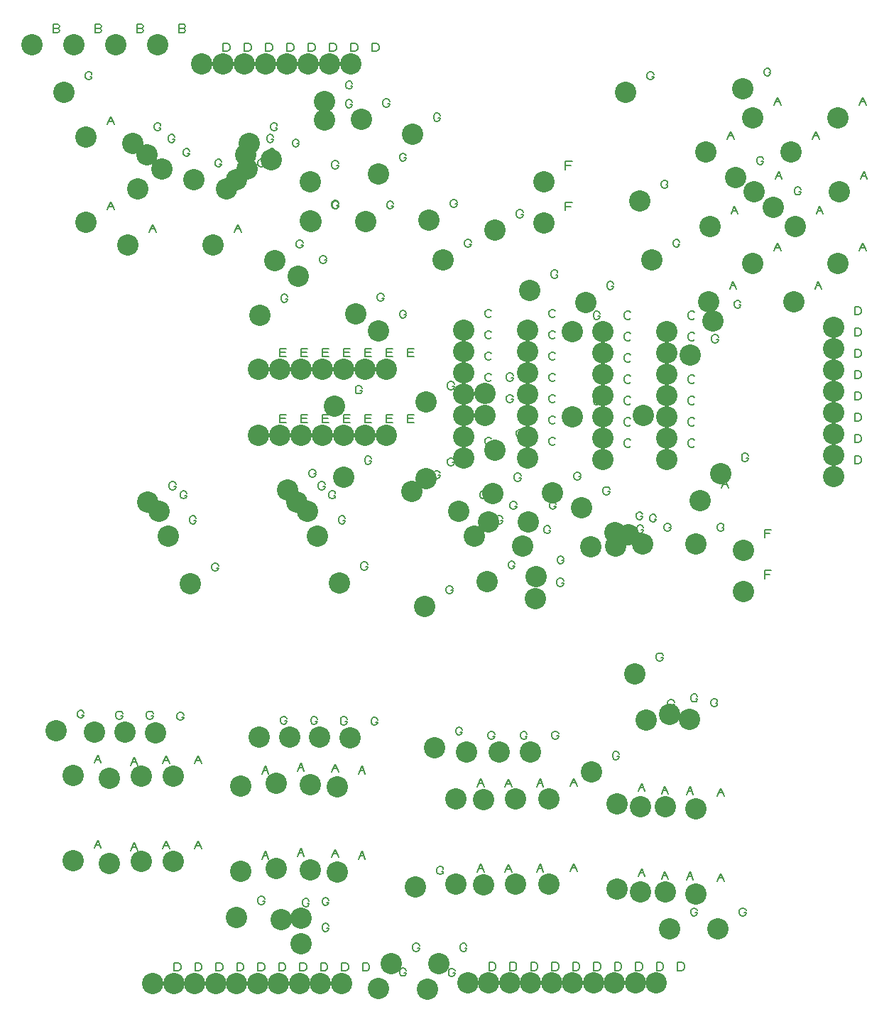
<source format=gbr>
G04 EasyPC Gerber Version 21.0.3 Build 4286 *
G04 #@! TF.Part,Single*
G04 #@! TF.FileFunction,Drillmap *
G04 #@! TF.FilePolarity,Positive *
%FSLAX35Y35*%
%MOIN*%
%ADD17C,0.00500*%
G04 #@! TA.AperFunction,ComponentPad*
%ADD16C,0.10000*%
X0Y0D02*
D02*
D16*
X23230Y453785D03*
X34587Y131924D03*
X38331Y431570D03*
X42574Y70889D03*
Y110889D03*
X42915Y453785D03*
X48689Y370603D03*
Y410603D03*
X52683Y131425D03*
X59672Y69765D03*
Y109765D03*
X62600Y453785D03*
X67035Y131425D03*
X68345Y360057D03*
X70655Y407607D03*
X72901Y386266D03*
X74672Y70514D03*
Y110514D03*
X77269Y402116D03*
X77769Y239123D03*
X80043Y13230D03*
X81388Y130926D03*
X82285Y453785D03*
X82885Y234880D03*
X84268Y395570D03*
X87254Y223148D03*
X89672Y70514D03*
Y110514D03*
X89885Y13230D03*
X97676Y200933D03*
X99268Y390570D03*
X99728Y13230D03*
X103118Y444924D03*
X108345Y360057D03*
X109570Y13230D03*
X113118Y444924D03*
X114585Y386266D03*
X119268Y390570D03*
X119413Y13230D03*
Y44430D03*
X121329Y65826D03*
Y105826D03*
X123118Y444924D03*
X123571Y402116D03*
X124268Y395570D03*
X125319Y407607D03*
X129255Y13230D03*
X129639Y270674D03*
Y301674D03*
X129936Y129054D03*
X130186Y327109D03*
X133118Y444924D03*
X135552Y399994D03*
X137424Y352569D03*
X137924Y67121D03*
Y107121D03*
X139098Y13230D03*
X139639Y270674D03*
Y301674D03*
X140295Y43432D03*
X143118Y444924D03*
X143395Y244989D03*
X144164Y128929D03*
X147783Y239123D03*
X148407Y345331D03*
X148940Y13230D03*
X149530Y31825D03*
Y43931D03*
X149639Y270674D03*
Y301674D03*
X152650Y234880D03*
X153118Y444924D03*
X154013Y66723D03*
Y106723D03*
X154023Y371165D03*
Y389761D03*
X154273Y370915D03*
X157268Y223148D03*
X158142Y128804D03*
X158783Y13230D03*
X159639Y270674D03*
Y301674D03*
X160513Y418465D03*
X160638Y427202D03*
X163118Y444924D03*
X165131Y284177D03*
X166615Y65772D03*
Y105772D03*
X167752Y201433D03*
X168625Y13230D03*
X169499Y251104D03*
X169639Y270674D03*
Y301674D03*
X172494Y128555D03*
X173118Y444924D03*
X175365Y327609D03*
X178110Y418840D03*
X179639Y270674D03*
Y301674D03*
X179857Y370915D03*
X185848Y10858D03*
Y319621D03*
Y393380D03*
X189639Y270674D03*
Y301674D03*
X192088Y22465D03*
X201698Y244365D03*
X201823Y412100D03*
X203320Y58533D03*
X207689Y190325D03*
X208437Y250356D03*
Y286174D03*
X208812Y10733D03*
X209685Y371664D03*
X212181Y123937D03*
X214303Y22465D03*
X216425Y352944D03*
X222415Y59781D03*
Y99781D03*
X223539Y234880D03*
X225886Y260043D03*
Y270043D03*
Y280043D03*
Y290043D03*
Y300043D03*
Y310043D03*
Y320043D03*
X227407Y121940D03*
X227809Y13479D03*
X231027Y223148D03*
X235395Y59531D03*
Y99531D03*
X236019Y280043D03*
Y290176D03*
X236893Y201932D03*
X237652Y13479D03*
X237766Y229888D03*
X239752Y243117D03*
X240761Y263709D03*
Y366797D03*
X242633Y121940D03*
X247494Y13479D03*
X250246Y59781D03*
Y99781D03*
X253616Y218531D03*
X255886Y260043D03*
Y270043D03*
Y280043D03*
Y290043D03*
Y300043D03*
Y310043D03*
Y320043D03*
X256237Y229888D03*
X256986Y338467D03*
X257337Y13479D03*
X257360Y122065D03*
X259731Y193820D03*
X259856Y204303D03*
X263752Y370248D03*
Y389460D03*
X266096Y60031D03*
Y100031D03*
X267180Y13479D03*
X267719Y243616D03*
X276830Y279169D03*
Y319122D03*
X277022Y13479D03*
X281447Y236752D03*
X283194Y333100D03*
X285566Y218156D03*
X285815Y112448D03*
X286865Y13479D03*
X291283Y259169D03*
Y269169D03*
Y279169D03*
Y289169D03*
Y299169D03*
Y309169D03*
Y319169D03*
X296707Y13479D03*
X296923Y225020D03*
X297172Y218780D03*
X297935Y57636D03*
Y97636D03*
X302074Y431570D03*
X303288Y223909D03*
X306408Y158750D03*
X306550Y13479D03*
X308654Y380650D03*
X308793Y56388D03*
Y96388D03*
X310027Y219654D03*
X310402Y280051D03*
X311774Y136909D03*
X314270Y352944D03*
X316392Y13479D03*
X320649Y56138D03*
Y96138D03*
X321283Y259169D03*
Y269169D03*
Y279169D03*
Y289169D03*
Y299169D03*
Y309169D03*
Y319169D03*
X322507Y39064D03*
X322632Y139530D03*
X331993Y137284D03*
X332367Y308139D03*
X334991Y219654D03*
X335113Y55288D03*
Y95288D03*
X337074Y239961D03*
X339730Y403739D03*
X340854Y333350D03*
X341478Y368544D03*
X342975Y324364D03*
X345346Y39064D03*
X346470Y252477D03*
X353583Y391757D03*
X356953Y433317D03*
X357203Y197443D03*
Y216655D03*
X361696Y351196D03*
Y419713D03*
X362320Y384893D03*
X371181Y377530D03*
X379730Y403739D03*
X380854Y333350D03*
X381478Y368544D03*
X399511Y251229D03*
Y261229D03*
Y271229D03*
Y281229D03*
Y291229D03*
Y301229D03*
Y311229D03*
Y321229D03*
X401696Y351196D03*
Y419713D03*
X402320Y384893D03*
D02*
D17*
X35417Y461597D02*
X36042Y461285D01*
X36355Y460660*
X36042Y460035*
X35417Y459722*
X33230*
Y463472*
X35417*
X36042Y463160*
X36355Y462535*
X36042Y461910*
X35417Y461597*
X33230*
X46774Y139424D02*
X47712D01*
Y139112*
X47399Y138487*
X47087Y138174*
X46462Y137862*
X45837*
X45212Y138174*
X44899Y138487*
X44587Y139112*
Y140362*
X44899Y140987*
X45212Y141300*
X45837Y141612*
X46462*
X47087Y141300*
X47399Y140987*
X47712Y140362*
X50518Y439070D02*
X51456D01*
Y438757*
X51143Y438132*
X50831Y437820*
X50206Y437507*
X49581*
X48956Y437820*
X48643Y438132*
X48331Y438757*
Y440007*
X48643Y440632*
X48956Y440945*
X49581Y441257*
X50206*
X50831Y440945*
X51143Y440632*
X51456Y440007*
X52574Y76826D02*
X54137Y80576D01*
X55699Y76826*
X53199Y78389D02*
X55074D01*
X52574Y116826D02*
X54137Y120576D01*
X55699Y116826*
X53199Y118389D02*
X55074D01*
X55102Y461597D02*
X55727Y461285D01*
X56040Y460660*
X55727Y460035*
X55102Y459722*
X52915*
Y463472*
X55102*
X55727Y463160*
X56040Y462535*
X55727Y461910*
X55102Y461597*
X52915*
X58689Y376540D02*
X60252Y380290D01*
X61815Y376540*
X59315Y378103D02*
X61189D01*
X58689Y416540D02*
X60252Y420290D01*
X61815Y416540*
X59315Y418103D02*
X61189D01*
X64870Y138925D02*
X65808D01*
Y138613*
X65496Y137988*
X65183Y137675*
X64558Y137363*
X63933*
X63308Y137675*
X62996Y137988*
X62683Y138613*
Y139863*
X62996Y140488*
X63308Y140800*
X63933Y141113*
X64558*
X65183Y140800*
X65496Y140488*
X65808Y139863*
X69672Y75703D02*
X71235Y79453D01*
X72797Y75703*
X70297Y77265D02*
X72172D01*
X69672Y115703D02*
X71235Y119453D01*
X72797Y115703*
X70297Y117265D02*
X72172D01*
X74787Y461597D02*
X75412Y461285D01*
X75725Y460660*
X75412Y460035*
X74787Y459722*
X72600*
Y463472*
X74787*
X75412Y463160*
X75725Y462535*
X75412Y461910*
X74787Y461597*
X72600*
X79223Y138925D02*
X80161D01*
Y138613*
X79848Y137988*
X79535Y137675*
X78911Y137363*
X78285*
X77661Y137675*
X77348Y137988*
X77035Y138613*
Y139863*
X77348Y140488*
X77661Y140800*
X78285Y141113*
X78911*
X79535Y140800*
X79848Y140488*
X80161Y139863*
X78345Y365995D02*
X79908Y369745D01*
X81470Y365995*
X78970Y367557D02*
X80845D01*
X82842Y415107D02*
X83780D01*
Y414795*
X83467Y414170*
X83155Y413857*
X82530Y413545*
X81905*
X81280Y413857*
X80967Y414170*
X80655Y414795*
Y416045*
X80967Y416670*
X81280Y416983*
X81905Y417295*
X82530*
X83155Y416983*
X83467Y416670*
X83780Y416045*
X85089Y393766D02*
X86026D01*
Y393454*
X85714Y392829*
X85401Y392516*
X84776Y392204*
X84151*
X83526Y392516*
X83214Y392829*
X82901Y393454*
Y394704*
X83214Y395329*
X83526Y395641*
X84151Y395954*
X84776*
X85401Y395641*
X85714Y395329*
X86026Y394704*
X84672Y76452D02*
X86235Y80202D01*
X87797Y76452*
X85297Y78014D02*
X87172D01*
X84672Y116452D02*
X86235Y120202D01*
X87797Y116452*
X85297Y118014D02*
X87172D01*
X89457Y409616D02*
X90394D01*
Y409304*
X90082Y408679*
X89769Y408366*
X89144Y408054*
X88519*
X87894Y408366*
X87582Y408679*
X87269Y409304*
Y410554*
X87582Y411179*
X87894Y411491*
X88519Y411804*
X89144*
X89769Y411491*
X90082Y411179*
X90394Y410554*
X89956Y246623D02*
X90894D01*
Y246311*
X90581Y245686*
X90269Y245373*
X89644Y245061*
X89019*
X88394Y245373*
X88081Y245686*
X87769Y246311*
Y247561*
X88081Y248186*
X88394Y248498*
X89019Y248811*
X89644*
X90269Y248498*
X90581Y248186*
X90894Y247561*
X90043Y19167D02*
Y22917D01*
X91918*
X92543Y22605*
X92855Y22292*
X93168Y21667*
Y20417*
X92855Y19792*
X92543Y19480*
X91918Y19167*
X90043*
X93575Y138426D02*
X94513D01*
Y138113*
X94200Y137489*
X93888Y137176*
X93263Y136863*
X92638*
X92013Y137176*
X91700Y137489*
X91388Y138113*
Y139363*
X91700Y139989*
X92013Y140301*
X92638Y140613*
X93263*
X93888Y140301*
X94200Y139989*
X94513Y139363*
X94472Y461597D02*
X95097Y461285D01*
X95410Y460660*
X95097Y460035*
X94472Y459722*
X92285*
Y463472*
X94472*
X95097Y463160*
X95410Y462535*
X95097Y461910*
X94472Y461597*
X92285*
X95073Y242380D02*
X96011D01*
Y242067*
X95698Y241443*
X95385Y241130*
X94761Y240817*
X94135*
X93511Y241130*
X93198Y241443*
X92885Y242067*
Y243317*
X93198Y243943*
X93511Y244255*
X94135Y244567*
X94761*
X95385Y244255*
X95698Y243943*
X96011Y243317*
X96455Y403070D02*
X97393D01*
Y402757*
X97080Y402133*
X96768Y401820*
X96143Y401507*
X95518*
X94893Y401820*
X94580Y402133*
X94268Y402757*
Y404007*
X94580Y404633*
X94893Y404945*
X95518Y405257*
X96143*
X96768Y404945*
X97080Y404633*
X97393Y404007*
X99441Y230648D02*
X100379D01*
Y230336*
X100066Y229711*
X99754Y229398*
X99129Y229086*
X98504*
X97879Y229398*
X97566Y229711*
X97254Y230336*
Y231586*
X97566Y232211*
X97879Y232524*
X98504Y232836*
X99129*
X99754Y232524*
X100066Y232211*
X100379Y231586*
X99672Y76452D02*
X101235Y80202D01*
X102797Y76452*
X100297Y78014D02*
X102172D01*
X99672Y116452D02*
X101235Y120202D01*
X102797Y116452*
X100297Y118014D02*
X102172D01*
X99885Y19167D02*
Y22917D01*
X101760*
X102385Y22605*
X102698Y22292*
X103010Y21667*
Y20417*
X102698Y19792*
X102385Y19480*
X101760Y19167*
X99885*
X109863Y208433D02*
X110801D01*
Y208121*
X110488Y207496*
X110176Y207183*
X109551Y206871*
X108926*
X108301Y207183*
X107988Y207496*
X107676Y208121*
Y209371*
X107988Y209996*
X108301Y210309*
X108926Y210621*
X109551*
X110176Y210309*
X110488Y209996*
X110801Y209371*
X111455Y398070D02*
X112393D01*
Y397757*
X112080Y397133*
X111768Y396820*
X111143Y396507*
X110518*
X109893Y396820*
X109580Y397133*
X109268Y397757*
Y399007*
X109580Y399633*
X109893Y399945*
X110518Y400257*
X111143*
X111768Y399945*
X112080Y399633*
X112393Y399007*
X109728Y19167D02*
Y22917D01*
X111603*
X112228Y22605*
X112540Y22292*
X112853Y21667*
Y20417*
X112540Y19792*
X112228Y19480*
X111603Y19167*
X109728*
X113118Y450861D02*
Y454611D01*
X114993*
X115618Y454299*
X115931Y453986*
X116243Y453361*
Y452111*
X115931Y451486*
X115618Y451174*
X114993Y450861*
X113118*
X118345Y365995D02*
X119908Y369745D01*
X121470Y365995*
X118970Y367557D02*
X120845D01*
X119570Y19167D02*
Y22917D01*
X121445*
X122070Y22605*
X122383Y22292*
X122695Y21667*
Y20417*
X122383Y19792*
X122070Y19480*
X121445Y19167*
X119570*
X123118Y450861D02*
Y454611D01*
X124993*
X125618Y454299*
X125931Y453986*
X126243Y453361*
Y452111*
X125931Y451486*
X125618Y451174*
X124993Y450861*
X123118*
X126773Y393766D02*
X127711D01*
Y393454*
X127398Y392829*
X127085Y392516*
X126461Y392204*
X125835*
X125211Y392516*
X124898Y392829*
X124585Y393454*
Y394704*
X124898Y395329*
X125211Y395641*
X125835Y395954*
X126461*
X127085Y395641*
X127398Y395329*
X127711Y394704*
X131455Y398070D02*
X132393D01*
Y397757*
X132080Y397133*
X131768Y396820*
X131143Y396507*
X130518*
X129893Y396820*
X129580Y397133*
X129268Y397757*
Y399007*
X129580Y399633*
X129893Y399945*
X130518Y400257*
X131143*
X131768Y399945*
X132080Y399633*
X132393Y399007*
X129413Y19167D02*
Y22917D01*
X131288*
X131913Y22605*
X132225Y22292*
X132538Y21667*
Y20417*
X132225Y19792*
X131913Y19480*
X131288Y19167*
X129413*
X131600Y51930D02*
X132538D01*
Y51618*
X132225Y50993*
X131913Y50680*
X131288Y50368*
X130663*
X130038Y50680*
X129725Y50993*
X129413Y51618*
Y52868*
X129725Y53493*
X130038Y53806*
X130663Y54118*
X131288*
X131913Y53806*
X132225Y53493*
X132538Y52868*
X131329Y71763D02*
X132891Y75513D01*
X134454Y71763*
X131954Y73326D02*
X133829D01*
X131329Y111763D02*
X132891Y115513D01*
X134454Y111763*
X131954Y113326D02*
X133829D01*
X133118Y450861D02*
Y454611D01*
X134993*
X135618Y454299*
X135931Y453986*
X136243Y453361*
Y452111*
X135931Y451486*
X135618Y451174*
X134993Y450861*
X133118*
X135759Y409616D02*
X136696D01*
Y409304*
X136384Y408679*
X136071Y408366*
X135446Y408054*
X134821*
X134196Y408366*
X133884Y408679*
X133571Y409304*
Y410554*
X133884Y411179*
X134196Y411491*
X134821Y411804*
X135446*
X136071Y411491*
X136384Y411179*
X136696Y410554*
X136455Y403070D02*
X137393D01*
Y402757*
X137080Y402133*
X136768Y401820*
X136143Y401507*
X135518*
X134893Y401820*
X134580Y402133*
X134268Y402757*
Y404007*
X134580Y404633*
X134893Y404945*
X135518Y405257*
X136143*
X136768Y404945*
X137080Y404633*
X137393Y404007*
X137506Y415107D02*
X138444D01*
Y414795*
X138131Y414170*
X137819Y413857*
X137194Y413545*
X136569*
X135944Y413857*
X135631Y414170*
X135319Y414795*
Y416045*
X135631Y416670*
X135944Y416983*
X136569Y417295*
X137194*
X137819Y416983*
X138131Y416670*
X138444Y416045*
X139255Y19167D02*
Y22917D01*
X141130*
X141755Y22605*
X142068Y22292*
X142380Y21667*
Y20417*
X142068Y19792*
X141755Y19480*
X141130Y19167*
X139255*
X139639Y276611D02*
Y280361D01*
X142765*
X142139Y278487D02*
X139639D01*
Y276611D02*
X142765D01*
X139639Y307611D02*
Y311361D01*
X142765*
X142139Y309487D02*
X139639D01*
Y307611D02*
X142765D01*
X142124Y136554D02*
X143061D01*
Y136241*
X142749Y135617*
X142436Y135304*
X141811Y134991*
X141186*
X140561Y135304*
X140249Y135617*
X139936Y136241*
Y137491*
X140249Y138117*
X140561Y138429*
X141186Y138741*
X141811*
X142436Y138429*
X142749Y138117*
X143061Y137491*
X142373Y334609D02*
X143311D01*
Y334297*
X142998Y333672*
X142686Y333359*
X142061Y333047*
X141436*
X140811Y333359*
X140498Y333672*
X140186Y334297*
Y335547*
X140498Y336172*
X140811Y336485*
X141436Y336797*
X142061*
X142686Y336485*
X142998Y336172*
X143311Y335547*
X143118Y450861D02*
Y454611D01*
X144993*
X145618Y454299*
X145931Y453986*
X146243Y453361*
Y452111*
X145931Y451486*
X145618Y451174*
X144993Y450861*
X143118*
X147740Y407494D02*
X148678D01*
Y407182*
X148365Y406557*
X148052Y406244*
X147428Y405932*
X146802*
X146178Y406244*
X145865Y406557*
X145552Y407182*
Y408432*
X145865Y409057*
X146178Y409370*
X146802Y409682*
X147428*
X148052Y409370*
X148365Y409057*
X148678Y408432*
X149612Y360069D02*
X150550D01*
Y359757*
X150237Y359132*
X149924Y358819*
X149300Y358507*
X148674*
X148050Y358819*
X147737Y359132*
X147424Y359757*
Y361007*
X147737Y361632*
X148050Y361944*
X148674Y362257*
X149300*
X149924Y361944*
X150237Y361632*
X150550Y361007*
X147924Y73058D02*
X149486Y76808D01*
X151049Y73058*
X148549Y74621D02*
X150424D01*
X147924Y113058D02*
X149486Y116808D01*
X151049Y113058*
X148549Y114621D02*
X150424D01*
X149098Y19167D02*
Y22917D01*
X150973*
X151598Y22605*
X151910Y22292*
X152223Y21667*
Y20417*
X151910Y19792*
X151598Y19480*
X150973Y19167*
X149098*
X149639Y276611D02*
Y280361D01*
X152765*
X152139Y278487D02*
X149639D01*
Y276611D02*
X152765D01*
X149639Y307611D02*
Y311361D01*
X152765*
X152139Y309487D02*
X149639D01*
Y307611D02*
X152765D01*
X152482Y50932D02*
X153420D01*
Y50619*
X153107Y49994*
X152795Y49682*
X152170Y49369*
X151545*
X150920Y49682*
X150607Y49994*
X150295Y50619*
Y51869*
X150607Y52494*
X150920Y52807*
X151545Y53119*
X152170*
X152795Y52807*
X153107Y52494*
X153420Y51869*
X153118Y450861D02*
Y454611D01*
X154993*
X155618Y454299*
X155931Y453986*
X156243Y453361*
Y452111*
X155931Y451486*
X155618Y451174*
X154993Y450861*
X153118*
X155583Y252489D02*
X156520D01*
Y252176*
X156208Y251552*
X155895Y251239*
X155270Y250926*
X154645*
X154020Y251239*
X153708Y251552*
X153395Y252176*
Y253426*
X153708Y254052*
X154020Y254364*
X154645Y254676*
X155270*
X155895Y254364*
X156208Y254052*
X156520Y253426*
X156351Y136429D02*
X157289D01*
Y136117*
X156976Y135492*
X156664Y135179*
X156039Y134867*
X155414*
X154789Y135179*
X154476Y135492*
X154164Y136117*
Y137367*
X154476Y137992*
X154789Y138304*
X155414Y138617*
X156039*
X156664Y138304*
X156976Y137992*
X157289Y137367*
X159970Y246623D02*
X160908D01*
Y246311*
X160596Y245686*
X160283Y245373*
X159658Y245061*
X159033*
X158408Y245373*
X158096Y245686*
X157783Y246311*
Y247561*
X158096Y248186*
X158408Y248498*
X159033Y248811*
X159658*
X160283Y248498*
X160596Y248186*
X160908Y247561*
X160594Y352831D02*
X161532D01*
Y352518*
X161220Y351893*
X160907Y351581*
X160282Y351268*
X159657*
X159032Y351581*
X158720Y351893*
X158407Y352518*
Y353768*
X158720Y354393*
X159032Y354706*
X159657Y355018*
X160282*
X160907Y354706*
X161220Y354393*
X161532Y353768*
X158940Y19167D02*
Y22917D01*
X160815*
X161440Y22605*
X161753Y22292*
X162065Y21667*
Y20417*
X161753Y19792*
X161440Y19480*
X160815Y19167*
X158940*
X161718Y39325D02*
X162656D01*
Y39013*
X162343Y38388*
X162030Y38075*
X161406Y37763*
X160780*
X160156Y38075*
X159843Y38388*
X159530Y39013*
Y40263*
X159843Y40888*
X160156Y41200*
X160780Y41513*
X161406*
X162030Y41200*
X162343Y40888*
X162656Y40263*
X161718Y51431D02*
X162656D01*
Y51119*
X162343Y50494*
X162030Y50181*
X161406Y49869*
X160780*
X160156Y50181*
X159843Y50494*
X159530Y51119*
Y52369*
X159843Y52994*
X160156Y53306*
X160780Y53619*
X161406*
X162030Y53306*
X162343Y52994*
X162656Y52369*
X159639Y276611D02*
Y280361D01*
X162765*
X162139Y278487D02*
X159639D01*
Y276611D02*
X162765D01*
X159639Y307611D02*
Y311361D01*
X162765*
X162139Y309487D02*
X159639D01*
Y307611D02*
X162765D01*
X164838Y242380D02*
X165776D01*
Y242067*
X165463Y241443*
X165150Y241130*
X164526Y240817*
X163900*
X163276Y241130*
X162963Y241443*
X162650Y242067*
Y243317*
X162963Y243943*
X163276Y244255*
X163900Y244567*
X164526*
X165150Y244255*
X165463Y243943*
X165776Y243317*
X163118Y450861D02*
Y454611D01*
X164993*
X165618Y454299*
X165931Y453986*
X166243Y453361*
Y452111*
X165931Y451486*
X165618Y451174*
X164993Y450861*
X163118*
X164013Y72660D02*
X165576Y76410D01*
X167139Y72660*
X164639Y74223D02*
X166513D01*
X164013Y112660D02*
X165576Y116410D01*
X167139Y112660*
X164639Y114223D02*
X166513D01*
X166211Y378665D02*
X167148D01*
Y378352*
X166836Y377728*
X166523Y377415*
X165898Y377102*
X165273*
X164648Y377415*
X164336Y377728*
X164023Y378352*
Y379602*
X164336Y380228*
X164648Y380540*
X165273Y380852*
X165898*
X166523Y380540*
X166836Y380228*
X167148Y379602*
X166211Y397261D02*
X167148D01*
Y396948*
X166836Y396323*
X166523Y396011*
X165898Y395698*
X165273*
X164648Y396011*
X164336Y396323*
X164023Y396948*
Y398198*
X164336Y398823*
X164648Y399136*
X165273Y399448*
X165898*
X166523Y399136*
X166836Y398823*
X167148Y398198*
X166460Y378415D02*
X167398D01*
Y378103*
X167085Y377478*
X166773Y377165*
X166148Y376853*
X165523*
X164898Y377165*
X164585Y377478*
X164273Y378103*
Y379353*
X164585Y379978*
X164898Y380291*
X165523Y380603*
X166148*
X166773Y380291*
X167085Y379978*
X167398Y379353*
X169456Y230648D02*
X170393D01*
Y230336*
X170081Y229711*
X169768Y229398*
X169143Y229086*
X168518*
X167893Y229398*
X167581Y229711*
X167268Y230336*
Y231586*
X167581Y232211*
X167893Y232524*
X168518Y232836*
X169143*
X169768Y232524*
X170081Y232211*
X170393Y231586*
X170329Y136304D02*
X171267D01*
Y135992*
X170954Y135367*
X170642Y135054*
X170017Y134742*
X169392*
X168767Y135054*
X168454Y135367*
X168142Y135992*
Y137242*
X168454Y137867*
X168767Y138180*
X169392Y138492*
X170017*
X170642Y138180*
X170954Y137867*
X171267Y137242*
X168783Y19167D02*
Y22917D01*
X170658*
X171283Y22605*
X171595Y22292*
X171908Y21667*
Y20417*
X171595Y19792*
X171283Y19480*
X170658Y19167*
X168783*
X169639Y276611D02*
Y280361D01*
X172765*
X172139Y278487D02*
X169639D01*
Y276611D02*
X172765D01*
X169639Y307611D02*
Y311361D01*
X172765*
X172139Y309487D02*
X169639D01*
Y307611D02*
X172765D01*
X172700Y425965D02*
X173638D01*
Y425653*
X173326Y425028*
X173013Y424715*
X172388Y424403*
X171763*
X171138Y424715*
X170826Y425028*
X170513Y425653*
Y426903*
X170826Y427528*
X171138Y427841*
X171763Y428153*
X172388*
X173013Y427841*
X173326Y427528*
X173638Y426903*
X172825Y434702D02*
X173763D01*
Y434389*
X173450Y433764*
X173138Y433452*
X172513Y433139*
X171888*
X171263Y433452*
X170950Y433764*
X170638Y434389*
Y435639*
X170950Y436264*
X171263Y436577*
X171888Y436889*
X172513*
X173138Y436577*
X173450Y436264*
X173763Y435639*
X173118Y450861D02*
Y454611D01*
X174993*
X175618Y454299*
X175931Y453986*
X176243Y453361*
Y452111*
X175931Y451486*
X175618Y451174*
X174993Y450861*
X173118*
X177318Y291677D02*
X178256D01*
Y291365*
X177943Y290740*
X177631Y290427*
X177006Y290115*
X176381*
X175756Y290427*
X175443Y290740*
X175131Y291365*
Y292615*
X175443Y293240*
X175756Y293552*
X176381Y293865*
X177006*
X177631Y293552*
X177943Y293240*
X178256Y292615*
X176615Y71709D02*
X178177Y75459D01*
X179740Y71709*
X177240Y73272D02*
X179115D01*
X176615Y111709D02*
X178177Y115459D01*
X179740Y111709*
X177240Y113272D02*
X179115D01*
X179939Y208933D02*
X180877D01*
Y208620*
X180564Y207995*
X180252Y207683*
X179627Y207370*
X179002*
X178377Y207683*
X178064Y207995*
X177752Y208620*
Y209870*
X178064Y210495*
X178377Y210808*
X179002Y211120*
X179627*
X180252Y210808*
X180564Y210495*
X180877Y209870*
X178625Y19167D02*
Y22917D01*
X180500*
X181125Y22605*
X181438Y22292*
X181750Y21667*
Y20417*
X181438Y19792*
X181125Y19480*
X180500Y19167*
X178625*
X181686Y258604D02*
X182624D01*
Y258292*
X182311Y257667*
X181999Y257354*
X181374Y257042*
X180749*
X180124Y257354*
X179811Y257667*
X179499Y258292*
Y259542*
X179811Y260167*
X180124Y260480*
X180749Y260792*
X181374*
X181999Y260480*
X182311Y260167*
X182624Y259542*
X179639Y276611D02*
Y280361D01*
X182765*
X182139Y278487D02*
X179639D01*
Y276611D02*
X182765D01*
X179639Y307611D02*
Y311361D01*
X182765*
X182139Y309487D02*
X179639D01*
Y307611D02*
X182765D01*
X184681Y136055D02*
X185619D01*
Y135742*
X185307Y135117*
X184994Y134805*
X184369Y134492*
X183744*
X183119Y134805*
X182807Y135117*
X182494Y135742*
Y136992*
X182807Y137617*
X183119Y137930*
X183744Y138242*
X184369*
X184994Y137930*
X185307Y137617*
X185619Y136992*
X183118Y450861D02*
Y454611D01*
X184993*
X185618Y454299*
X185931Y453986*
X186243Y453361*
Y452111*
X185931Y451486*
X185618Y451174*
X184993Y450861*
X183118*
X187552Y335109D02*
X188490D01*
Y334796*
X188177Y334171*
X187865Y333859*
X187240Y333546*
X186615*
X185990Y333859*
X185677Y334171*
X185365Y334796*
Y336046*
X185677Y336671*
X185990Y336984*
X186615Y337296*
X187240*
X187865Y336984*
X188177Y336671*
X188490Y336046*
X190298Y426340D02*
X191235D01*
Y426027*
X190923Y425402*
X190610Y425090*
X189985Y424777*
X189360*
X188735Y425090*
X188423Y425402*
X188110Y426027*
Y427277*
X188423Y427902*
X188735Y428215*
X189360Y428527*
X189985*
X190610Y428215*
X190923Y427902*
X191235Y427277*
X189639Y276611D02*
Y280361D01*
X192765*
X192139Y278487D02*
X189639D01*
Y276611D02*
X192765D01*
X189639Y307611D02*
Y311361D01*
X192765*
X192139Y309487D02*
X189639D01*
Y307611D02*
X192765D01*
X192045Y378415D02*
X192983D01*
Y378103*
X192670Y377478*
X192357Y377165*
X191733Y376853*
X191107*
X190483Y377165*
X190170Y377478*
X189857Y378103*
Y379353*
X190170Y379978*
X190483Y380291*
X191107Y380603*
X191733*
X192357Y380291*
X192670Y379978*
X192983Y379353*
X198035Y18358D02*
X198973D01*
Y18046*
X198661Y17421*
X198348Y17108*
X197723Y16796*
X197098*
X196473Y17108*
X196161Y17421*
X195848Y18046*
Y19296*
X196161Y19921*
X196473Y20233*
X197098Y20546*
X197723*
X198348Y20233*
X198661Y19921*
X198973Y19296*
X198035Y327121D02*
X198973D01*
Y326809*
X198661Y326184*
X198348Y325871*
X197723Y325559*
X197098*
X196473Y325871*
X196161Y326184*
X195848Y326809*
Y328059*
X196161Y328684*
X196473Y328996*
X197098Y329309*
X197723*
X198348Y328996*
X198661Y328684*
X198973Y328059*
X198035Y400880D02*
X198973D01*
Y400567*
X198661Y399943*
X198348Y399630*
X197723Y399317*
X197098*
X196473Y399630*
X196161Y399943*
X195848Y400567*
Y401817*
X196161Y402443*
X196473Y402755*
X197098Y403067*
X197723*
X198348Y402755*
X198661Y402443*
X198973Y401817*
X199639Y276611D02*
Y280361D01*
X202765*
X202139Y278487D02*
X199639D01*
Y276611D02*
X202765D01*
X199639Y307611D02*
Y311361D01*
X202765*
X202139Y309487D02*
X199639D01*
Y307611D02*
X202765D01*
X204276Y29965D02*
X205213D01*
Y29652*
X204901Y29028*
X204588Y28715*
X203963Y28402*
X203338*
X202713Y28715*
X202401Y29028*
X202088Y29652*
Y30902*
X202401Y31528*
X202713Y31840*
X203338Y32152*
X203963*
X204588Y31840*
X204901Y31528*
X205213Y30902*
X213885Y251865D02*
X214823D01*
Y251552*
X214511Y250928*
X214198Y250615*
X213573Y250302*
X212948*
X212323Y250615*
X212011Y250928*
X211698Y251552*
Y252802*
X212011Y253428*
X212323Y253740*
X212948Y254052*
X213573*
X214198Y253740*
X214511Y253428*
X214823Y252802*
X214010Y419600D02*
X214948D01*
Y419288*
X214635Y418663*
X214323Y418350*
X213698Y418038*
X213073*
X212448Y418350*
X212135Y418663*
X211823Y419288*
Y420538*
X212135Y421163*
X212448Y421476*
X213073Y421788*
X213698*
X214323Y421476*
X214635Y421163*
X214948Y420538*
X215508Y66033D02*
X216446D01*
Y65720*
X216133Y65096*
X215820Y64783*
X215196Y64470*
X214570*
X213946Y64783*
X213633Y65096*
X213320Y65720*
Y66970*
X213633Y67596*
X213946Y67908*
X214570Y68220*
X215196*
X215820Y67908*
X216133Y67596*
X216446Y66970*
X219876Y197825D02*
X220814D01*
Y197513*
X220501Y196888*
X220189Y196575*
X219564Y196263*
X218939*
X218314Y196575*
X218001Y196888*
X217689Y197513*
Y198763*
X218001Y199388*
X218314Y199700*
X218939Y200013*
X219564*
X220189Y199700*
X220501Y199388*
X220814Y198763*
X220625Y257856D02*
X221563D01*
Y257543*
X221250Y256918*
X220937Y256606*
X220313Y256293*
X219687*
X219063Y256606*
X218750Y256918*
X218437Y257543*
Y258793*
X218750Y259418*
X219063Y259731*
X219687Y260043*
X220313*
X220937Y259731*
X221250Y259418*
X221563Y258793*
X220625Y293674D02*
X221563D01*
Y293361*
X221250Y292737*
X220937Y292424*
X220313Y292111*
X219687*
X219063Y292424*
X218750Y292737*
X218437Y293361*
Y294611*
X218750Y295237*
X219063Y295549*
X219687Y295861*
X220313*
X220937Y295549*
X221250Y295237*
X221563Y294611*
X220999Y18233D02*
X221937D01*
Y17921*
X221624Y17296*
X221312Y16983*
X220687Y16671*
X220062*
X219437Y16983*
X219124Y17296*
X218812Y17921*
Y19171*
X219124Y19796*
X219437Y20109*
X220062Y20421*
X220687*
X221312Y20109*
X221624Y19796*
X221937Y19171*
X221873Y379164D02*
X222811D01*
Y378852*
X222498Y378227*
X222185Y377914*
X221561Y377602*
X220935*
X220311Y377914*
X219998Y378227*
X219685Y378852*
Y380102*
X219998Y380727*
X220311Y381039*
X220935Y381352*
X221561*
X222185Y381039*
X222498Y380727*
X222811Y380102*
X224369Y131437D02*
X225307D01*
Y131124*
X224994Y130500*
X224681Y130187*
X224057Y129874*
X223431*
X222807Y130187*
X222494Y130500*
X222181Y131124*
Y132374*
X222494Y133000*
X222807Y133312*
X223431Y133624*
X224057*
X224681Y133312*
X224994Y133000*
X225307Y132374*
X226491Y29965D02*
X227428D01*
Y29652*
X227116Y29028*
X226803Y28715*
X226178Y28402*
X225553*
X224928Y28715*
X224616Y29028*
X224303Y29652*
Y30902*
X224616Y31528*
X224928Y31840*
X225553Y32152*
X226178*
X226803Y31840*
X227116Y31528*
X227428Y30902*
X228612Y360444D02*
X229550D01*
Y360131*
X229237Y359506*
X228925Y359194*
X228300Y358881*
X227675*
X227050Y359194*
X226737Y359506*
X226425Y360131*
Y361381*
X226737Y362006*
X227050Y362319*
X227675Y362631*
X228300*
X228925Y362319*
X229237Y362006*
X229550Y361381*
X232415Y65719D02*
X233978Y69469D01*
X235541Y65719*
X233041Y67281D02*
X234915D01*
X232415Y105719D02*
X233978Y109469D01*
X235541Y105719*
X233041Y107281D02*
X234915D01*
X235726Y242380D02*
X236664D01*
Y242067*
X236351Y241443*
X236039Y241130*
X235414Y240817*
X234789*
X234164Y241130*
X233851Y241443*
X233539Y242067*
Y243317*
X233851Y243943*
X234164Y244255*
X234789Y244567*
X235414*
X236039Y244255*
X236351Y243943*
X236664Y243317*
X239011Y266606D02*
X238699Y266293D01*
X238074Y265980*
X237136*
X236511Y266293*
X236199Y266606*
X235886Y267230*
Y268480*
X236199Y269106*
X236511Y269418*
X237136Y269730*
X238074*
X238699Y269418*
X239011Y269106*
Y276606D02*
X238699Y276293D01*
X238074Y275980*
X237136*
X236511Y276293*
X236199Y276606*
X235886Y277230*
Y278480*
X236199Y279106*
X236511Y279418*
X237136Y279730*
X238074*
X238699Y279418*
X239011Y279106*
Y286606D02*
X238699Y286293D01*
X238074Y285980*
X237136*
X236511Y286293*
X236199Y286606*
X235886Y287230*
Y288480*
X236199Y289106*
X236511Y289418*
X237136Y289730*
X238074*
X238699Y289418*
X239011Y289106*
Y296606D02*
X238699Y296293D01*
X238074Y295980*
X237136*
X236511Y296293*
X236199Y296606*
X235886Y297230*
Y298480*
X236199Y299106*
X236511Y299418*
X237136Y299730*
X238074*
X238699Y299418*
X239011Y299106*
Y306606D02*
X238699Y306293D01*
X238074Y305980*
X237136*
X236511Y306293*
X236199Y306606*
X235886Y307230*
Y308480*
X236199Y309106*
X236511Y309418*
X237136Y309730*
X238074*
X238699Y309418*
X239011Y309106*
Y316606D02*
X238699Y316293D01*
X238074Y315980*
X237136*
X236511Y316293*
X236199Y316606*
X235886Y317230*
Y318480*
X236199Y319106*
X236511Y319418*
X237136Y319730*
X238074*
X238699Y319418*
X239011Y319106*
Y326606D02*
X238699Y326293D01*
X238074Y325980*
X237136*
X236511Y326293*
X236199Y326606*
X235886Y327230*
Y328480*
X236199Y329106*
X236511Y329418*
X237136Y329730*
X238074*
X238699Y329418*
X239011Y329106*
X239595Y129440D02*
X240533D01*
Y129128*
X240220Y128503*
X239907Y128190*
X239283Y127878*
X238657*
X238033Y128190*
X237720Y128503*
X237407Y129128*
Y130378*
X237720Y131003*
X238033Y131315*
X238657Y131628*
X239283*
X239907Y131315*
X240220Y131003*
X240533Y130378*
X237809Y19417D02*
Y23167D01*
X239685*
X240309Y22854*
X240622Y22542*
X240935Y21917*
Y20667*
X240622Y20042*
X240309Y19729*
X239685Y19417*
X237809*
X243214Y230648D02*
X244152D01*
Y230336*
X243839Y229711*
X243527Y229398*
X242902Y229086*
X242277*
X241652Y229398*
X241339Y229711*
X241027Y230336*
Y231586*
X241339Y232211*
X241652Y232524*
X242277Y232836*
X242902*
X243527Y232524*
X243839Y232211*
X244152Y231586*
X245395Y65469D02*
X246957Y69219D01*
X248520Y65469*
X246020Y67031D02*
X247895D01*
X245395Y105469D02*
X246957Y109219D01*
X248520Y105469*
X246020Y107031D02*
X247895D01*
X248206Y287543D02*
X249144D01*
Y287230*
X248831Y286606*
X248519Y286293*
X247894Y285980*
X247269*
X246644Y286293*
X246331Y286606*
X246019Y287230*
Y288480*
X246331Y289106*
X246644Y289418*
X247269Y289730*
X247894*
X248519Y289418*
X248831Y289106*
X249144Y288480*
X248206Y297676D02*
X249144D01*
Y297363*
X248831Y296738*
X248519Y296426*
X247894Y296113*
X247269*
X246644Y296426*
X246331Y296738*
X246019Y297363*
Y298613*
X246331Y299238*
X246644Y299551*
X247269Y299863*
X247894*
X248519Y299551*
X248831Y299238*
X249144Y298613*
X249080Y209432D02*
X250018D01*
Y209119*
X249705Y208494*
X249393Y208182*
X248768Y207869*
X248143*
X247518Y208182*
X247205Y208494*
X246893Y209119*
Y210369*
X247205Y210994*
X247518Y211307*
X248143Y211619*
X248768*
X249393Y211307*
X249705Y210994*
X250018Y210369*
X247652Y19417D02*
Y23167D01*
X249527*
X250152Y22854*
X250465Y22542*
X250777Y21917*
Y20667*
X250465Y20042*
X250152Y19729*
X249527Y19417*
X247652*
X249954Y237388D02*
X250891D01*
Y237075*
X250579Y236450*
X250266Y236138*
X249641Y235825*
X249016*
X248391Y236138*
X248079Y236450*
X247766Y237075*
Y238325*
X248079Y238950*
X248391Y239263*
X249016Y239575*
X249641*
X250266Y239263*
X250579Y238950*
X250891Y238325*
X251940Y250617D02*
X252878D01*
Y250304*
X252565Y249680*
X252252Y249367*
X251628Y249054*
X251002*
X250378Y249367*
X250065Y249680*
X249752Y250304*
Y251554*
X250065Y252180*
X250378Y252492*
X251002Y252804*
X251628*
X252252Y252492*
X252565Y252180*
X252878Y251554*
X252949Y271209D02*
X253887D01*
Y270897*
X253574Y270272*
X253261Y269959*
X252637Y269647*
X252011*
X251387Y269959*
X251074Y270272*
X250761Y270897*
Y272147*
X251074Y272772*
X251387Y273085*
X252011Y273397*
X252637*
X253261Y273085*
X253574Y272772*
X253887Y272147*
X252949Y374297D02*
X253887D01*
Y373984*
X253574Y373359*
X253261Y373047*
X252637Y372734*
X252011*
X251387Y373047*
X251074Y373359*
X250761Y373984*
Y375234*
X251074Y375859*
X251387Y376172*
X252011Y376484*
X252637*
X253261Y376172*
X253574Y375859*
X253887Y375234*
X254821Y129440D02*
X255759D01*
Y129128*
X255446Y128503*
X255133Y128190*
X254509Y127878*
X253883*
X253259Y128190*
X252946Y128503*
X252633Y129128*
Y130378*
X252946Y131003*
X253259Y131315*
X253883Y131628*
X254509*
X255133Y131315*
X255446Y131003*
X255759Y130378*
X257494Y19417D02*
Y23167D01*
X259370*
X259994Y22854*
X260307Y22542*
X260620Y21917*
Y20667*
X260307Y20042*
X259994Y19729*
X259370Y19417*
X257494*
X260246Y65719D02*
X261809Y69469D01*
X263372Y65719*
X260872Y67281D02*
X262746D01*
X260246Y105719D02*
X261809Y109469D01*
X263372Y105719*
X260872Y107281D02*
X262746D01*
X265804Y226031D02*
X266741D01*
Y225718*
X266429Y225093*
X266116Y224781*
X265491Y224468*
X264866*
X264241Y224781*
X263929Y225093*
X263616Y225718*
Y226968*
X263929Y227593*
X264241Y227906*
X264866Y228218*
X265491*
X266116Y227906*
X266429Y227593*
X266741Y226968*
X269011Y266606D02*
X268699Y266293D01*
X268074Y265980*
X267136*
X266511Y266293*
X266199Y266606*
X265886Y267230*
Y268480*
X266199Y269106*
X266511Y269418*
X267136Y269730*
X268074*
X268699Y269418*
X269011Y269106*
Y276606D02*
X268699Y276293D01*
X268074Y275980*
X267136*
X266511Y276293*
X266199Y276606*
X265886Y277230*
Y278480*
X266199Y279106*
X266511Y279418*
X267136Y279730*
X268074*
X268699Y279418*
X269011Y279106*
Y286606D02*
X268699Y286293D01*
X268074Y285980*
X267136*
X266511Y286293*
X266199Y286606*
X265886Y287230*
Y288480*
X266199Y289106*
X266511Y289418*
X267136Y289730*
X268074*
X268699Y289418*
X269011Y289106*
Y296606D02*
X268699Y296293D01*
X268074Y295980*
X267136*
X266511Y296293*
X266199Y296606*
X265886Y297230*
Y298480*
X266199Y299106*
X266511Y299418*
X267136Y299730*
X268074*
X268699Y299418*
X269011Y299106*
Y306606D02*
X268699Y306293D01*
X268074Y305980*
X267136*
X266511Y306293*
X266199Y306606*
X265886Y307230*
Y308480*
X266199Y309106*
X266511Y309418*
X267136Y309730*
X268074*
X268699Y309418*
X269011Y309106*
Y316606D02*
X268699Y316293D01*
X268074Y315980*
X267136*
X266511Y316293*
X266199Y316606*
X265886Y317230*
Y318480*
X266199Y319106*
X266511Y319418*
X267136Y319730*
X268074*
X268699Y319418*
X269011Y319106*
Y326606D02*
X268699Y326293D01*
X268074Y325980*
X267136*
X266511Y326293*
X266199Y326606*
X265886Y327230*
Y328480*
X266199Y329106*
X266511Y329418*
X267136Y329730*
X268074*
X268699Y329418*
X269011Y329106*
X268424Y237388D02*
X269362D01*
Y237075*
X269050Y236450*
X268737Y236138*
X268112Y235825*
X267487*
X266862Y236138*
X266550Y236450*
X266237Y237075*
Y238325*
X266550Y238950*
X266862Y239263*
X267487Y239575*
X268112*
X268737Y239263*
X269050Y238950*
X269362Y238325*
X269173Y345967D02*
X270111D01*
Y345654*
X269798Y345029*
X269486Y344717*
X268861Y344404*
X268236*
X267611Y344717*
X267298Y345029*
X266986Y345654*
Y346904*
X267298Y347529*
X267611Y347842*
X268236Y348154*
X268861*
X269486Y347842*
X269798Y347529*
X270111Y346904*
X267337Y19417D02*
Y23167D01*
X269212*
X269837Y22854*
X270150Y22542*
X270462Y21917*
Y20667*
X270150Y20042*
X269837Y19729*
X269212Y19417*
X267337*
X269548Y129565D02*
X270485D01*
Y129252*
X270173Y128628*
X269860Y128315*
X269235Y128002*
X268610*
X267985Y128315*
X267673Y128628*
X267360Y129252*
Y130502*
X267673Y131128*
X267985Y131440*
X268610Y131752*
X269235*
X269860Y131440*
X270173Y131128*
X270485Y130502*
X271919Y201320D02*
X272857D01*
Y201007*
X272544Y200382*
X272231Y200070*
X271607Y199757*
X270981*
X270357Y200070*
X270044Y200382*
X269731Y201007*
Y202257*
X270044Y202882*
X270357Y203195*
X270981Y203507*
X271607*
X272231Y203195*
X272544Y202882*
X272857Y202257*
X272044Y211803D02*
X272981D01*
Y211491*
X272669Y210866*
X272356Y210553*
X271731Y210241*
X271106*
X270481Y210553*
X270169Y210866*
X269856Y211491*
Y212741*
X270169Y213366*
X270481Y213678*
X271106Y213991*
X271731*
X272356Y213678*
X272669Y213366*
X272981Y212741*
X273752Y376185D02*
Y379935D01*
X276877*
X276252Y378060D02*
X273752D01*
Y395398D02*
Y399148D01*
X276877*
X276252Y397273D02*
X273752D01*
X276096Y65968D02*
X277659Y69718D01*
X279222Y65968*
X276722Y67531D02*
X278596D01*
X276096Y105968D02*
X277659Y109718D01*
X279222Y105968*
X276722Y107531D02*
X278596D01*
X277180Y19417D02*
Y23167D01*
X279055*
X279680Y22854*
X279992Y22542*
X280305Y21917*
Y20667*
X279992Y20042*
X279680Y19729*
X279055Y19417*
X277180*
X279906Y251116D02*
X280844D01*
Y250804*
X280531Y250179*
X280219Y249866*
X279594Y249554*
X278969*
X278344Y249866*
X278031Y250179*
X277719Y250804*
Y252054*
X278031Y252679*
X278344Y252991*
X278969Y253304*
X279594*
X280219Y252991*
X280531Y252679*
X280844Y252054*
X289017Y286669D02*
X289955D01*
Y286357*
X289642Y285732*
X289330Y285419*
X288705Y285107*
X288080*
X287455Y285419*
X287142Y285732*
X286830Y286357*
Y287607*
X287142Y288232*
X287455Y288544*
X288080Y288857*
X288705*
X289330Y288544*
X289642Y288232*
X289955Y287607*
X289017Y326622D02*
X289955D01*
Y326309*
X289642Y325685*
X289330Y325372*
X288705Y325059*
X288080*
X287455Y325372*
X287142Y325685*
X286830Y326309*
Y327559*
X287142Y328185*
X287455Y328497*
X288080Y328809*
X288705*
X289330Y328497*
X289642Y328185*
X289955Y327559*
X287022Y19417D02*
Y23167D01*
X288897*
X289522Y22854*
X289835Y22542*
X290147Y21917*
Y20667*
X289835Y20042*
X289522Y19729*
X288897Y19417*
X287022*
X293635Y244252D02*
X294572D01*
Y243939*
X294260Y243315*
X293947Y243002*
X293322Y242689*
X292697*
X292072Y243002*
X291760Y243315*
X291447Y243939*
Y245189*
X291760Y245815*
X292072Y246127*
X292697Y246439*
X293322*
X293947Y246127*
X294260Y245815*
X294572Y245189*
X295382Y340600D02*
X296320D01*
Y340287*
X296007Y339663*
X295694Y339350*
X295070Y339037*
X294444*
X293820Y339350*
X293507Y339663*
X293194Y340287*
Y341537*
X293507Y342163*
X293820Y342475*
X294444Y342787*
X295070*
X295694Y342475*
X296007Y342163*
X296320Y341537*
X297753Y225656D02*
X298691D01*
Y225344*
X298378Y224719*
X298066Y224406*
X297441Y224094*
X296816*
X296191Y224406*
X295878Y224719*
X295566Y225344*
Y226594*
X295878Y227219*
X296191Y227531*
X296816Y227844*
X297441*
X298066Y227531*
X298378Y227219*
X298691Y226594*
X298003Y119948D02*
X298941D01*
Y119635*
X298628Y119011*
X298315Y118698*
X297691Y118385*
X297065*
X296441Y118698*
X296128Y119011*
X295815Y119635*
Y120885*
X296128Y121511*
X296441Y121823*
X297065Y122135*
X297691*
X298315Y121823*
X298628Y121511*
X298941Y120885*
X296865Y19417D02*
Y23167D01*
X298740*
X299365Y22854*
X299677Y22542*
X299990Y21917*
Y20667*
X299677Y20042*
X299365Y19729*
X298740Y19417*
X296865*
X304408Y265732D02*
X304096Y265419D01*
X303470Y265107*
X302533*
X301908Y265419*
X301596Y265732*
X301283Y266357*
Y267607*
X301596Y268232*
X301908Y268544*
X302533Y268857*
X303470*
X304096Y268544*
X304408Y268232*
Y275732D02*
X304096Y275419D01*
X303470Y275107*
X302533*
X301908Y275419*
X301596Y275732*
X301283Y276357*
Y277607*
X301596Y278232*
X301908Y278544*
X302533Y278857*
X303470*
X304096Y278544*
X304408Y278232*
Y285732D02*
X304096Y285419D01*
X303470Y285107*
X302533*
X301908Y285419*
X301596Y285732*
X301283Y286357*
Y287607*
X301596Y288232*
X301908Y288544*
X302533Y288857*
X303470*
X304096Y288544*
X304408Y288232*
Y295732D02*
X304096Y295419D01*
X303470Y295107*
X302533*
X301908Y295419*
X301596Y295732*
X301283Y296357*
Y297607*
X301596Y298232*
X301908Y298544*
X302533Y298857*
X303470*
X304096Y298544*
X304408Y298232*
Y305732D02*
X304096Y305419D01*
X303470Y305107*
X302533*
X301908Y305419*
X301596Y305732*
X301283Y306357*
Y307607*
X301596Y308232*
X301908Y308544*
X302533Y308857*
X303470*
X304096Y308544*
X304408Y308232*
Y315732D02*
X304096Y315419D01*
X303470Y315107*
X302533*
X301908Y315419*
X301596Y315732*
X301283Y316357*
Y317607*
X301596Y318232*
X301908Y318544*
X302533Y318857*
X303470*
X304096Y318544*
X304408Y318232*
Y325732D02*
X304096Y325419D01*
X303470Y325107*
X302533*
X301908Y325419*
X301596Y325732*
X301283Y326357*
Y327607*
X301596Y328232*
X301908Y328544*
X302533Y328857*
X303470*
X304096Y328544*
X304408Y328232*
X306707Y19417D02*
Y23167D01*
X308582*
X309207Y22854*
X309520Y22542*
X309832Y21917*
Y20667*
X309520Y20042*
X309207Y19729*
X308582Y19417*
X306707*
X309110Y232520D02*
X310048D01*
Y232208*
X309735Y231583*
X309423Y231270*
X308798Y230958*
X308173*
X307548Y231270*
X307235Y231583*
X306923Y232208*
Y233458*
X307235Y234083*
X307548Y234396*
X308173Y234708*
X308798*
X309423Y234396*
X309735Y234083*
X310048Y233458*
X309360Y226280D02*
X310298D01*
Y225968*
X309985Y225343*
X309672Y225030*
X309048Y224718*
X308422*
X307798Y225030*
X307485Y225343*
X307172Y225968*
Y227218*
X307485Y227843*
X307798Y228156*
X308422Y228468*
X309048*
X309672Y228156*
X309985Y227843*
X310298Y227218*
X307935Y63573D02*
X309498Y67323D01*
X311060Y63573*
X308560Y65136D02*
X310435D01*
X307935Y103573D02*
X309498Y107323D01*
X311060Y103573*
X308560Y105136D02*
X310435D01*
X314261Y439070D02*
X315199D01*
Y438757*
X314886Y438132*
X314574Y437820*
X313949Y437507*
X313324*
X312699Y437820*
X312386Y438132*
X312074Y438757*
Y440007*
X312386Y440632*
X312699Y440945*
X313324Y441257*
X313949*
X314574Y440945*
X314886Y440632*
X315199Y440007*
X315475Y231409D02*
X316413D01*
Y231096*
X316100Y230472*
X315788Y230159*
X315163Y229846*
X314538*
X313913Y230159*
X313600Y230472*
X313288Y231096*
Y232346*
X313600Y232972*
X313913Y233284*
X314538Y233596*
X315163*
X315788Y233284*
X316100Y232972*
X316413Y232346*
X318595Y166250D02*
X319533D01*
Y165937*
X319220Y165313*
X318908Y165000*
X318283Y164687*
X317658*
X317033Y165000*
X316720Y165313*
X316408Y165937*
Y167187*
X316720Y167813*
X317033Y168125*
X317658Y168437*
X318283*
X318908Y168125*
X319220Y167813*
X319533Y167187*
X316550Y19417D02*
Y23167D01*
X318425*
X319050Y22854*
X319362Y22542*
X319675Y21917*
Y20667*
X319362Y20042*
X319050Y19729*
X318425Y19417*
X316550*
X320842Y388150D02*
X321780D01*
Y387837*
X321467Y387213*
X321154Y386900*
X320530Y386587*
X319904*
X319280Y386900*
X318967Y387213*
X318654Y387837*
Y389087*
X318967Y389713*
X319280Y390025*
X319904Y390337*
X320530*
X321154Y390025*
X321467Y389713*
X321780Y389087*
X318793Y62325D02*
X320356Y66075D01*
X321918Y62325*
X319418Y63888D02*
X321293D01*
X318793Y102325D02*
X320356Y106075D01*
X321918Y102325*
X319418Y103888D02*
X321293D01*
X322215Y227154D02*
X323152D01*
Y226841*
X322840Y226217*
X322527Y225904*
X321902Y225591*
X321277*
X320652Y225904*
X320340Y226217*
X320027Y226841*
Y228091*
X320340Y228717*
X320652Y229029*
X321277Y229341*
X321902*
X322527Y229029*
X322840Y228717*
X323152Y228091*
X322589Y287551D02*
X323527D01*
Y287238*
X323214Y286613*
X322902Y286301*
X322277Y285988*
X321652*
X321027Y286301*
X320714Y286613*
X320402Y287238*
Y288488*
X320714Y289113*
X321027Y289426*
X321652Y289738*
X322277*
X322902Y289426*
X323214Y289113*
X323527Y288488*
X323962Y144409D02*
X324900D01*
Y144097*
X324587Y143472*
X324274Y143159*
X323650Y142847*
X323024*
X322400Y143159*
X322087Y143472*
X321774Y144097*
Y145347*
X322087Y145972*
X322400Y146285*
X323024Y146597*
X323650*
X324274Y146285*
X324587Y145972*
X324900Y145347*
X326458Y360444D02*
X327396D01*
Y360131*
X327083Y359506*
X326770Y359194*
X326146Y358881*
X325520*
X324896Y359194*
X324583Y359506*
X324270Y360131*
Y361381*
X324583Y362006*
X324896Y362319*
X325520Y362631*
X326146*
X326770Y362319*
X327083Y362006*
X327396Y361381*
X326392Y19417D02*
Y23167D01*
X328267*
X328892Y22854*
X329205Y22542*
X329517Y21917*
Y20667*
X329205Y20042*
X328892Y19729*
X328267Y19417*
X326392*
X330649Y62076D02*
X332212Y65826D01*
X333774Y62076*
X331274Y63638D02*
X333149D01*
X330649Y102076D02*
X332212Y105826D01*
X333774Y102076*
X331274Y103638D02*
X333149D01*
X334408Y265732D02*
X334096Y265419D01*
X333470Y265107*
X332533*
X331908Y265419*
X331596Y265732*
X331283Y266357*
Y267607*
X331596Y268232*
X331908Y268544*
X332533Y268857*
X333470*
X334096Y268544*
X334408Y268232*
Y275732D02*
X334096Y275419D01*
X333470Y275107*
X332533*
X331908Y275419*
X331596Y275732*
X331283Y276357*
Y277607*
X331596Y278232*
X331908Y278544*
X332533Y278857*
X333470*
X334096Y278544*
X334408Y278232*
Y285732D02*
X334096Y285419D01*
X333470Y285107*
X332533*
X331908Y285419*
X331596Y285732*
X331283Y286357*
Y287607*
X331596Y288232*
X331908Y288544*
X332533Y288857*
X333470*
X334096Y288544*
X334408Y288232*
Y295732D02*
X334096Y295419D01*
X333470Y295107*
X332533*
X331908Y295419*
X331596Y295732*
X331283Y296357*
Y297607*
X331596Y298232*
X331908Y298544*
X332533Y298857*
X333470*
X334096Y298544*
X334408Y298232*
Y305732D02*
X334096Y305419D01*
X333470Y305107*
X332533*
X331908Y305419*
X331596Y305732*
X331283Y306357*
Y307607*
X331596Y308232*
X331908Y308544*
X332533Y308857*
X333470*
X334096Y308544*
X334408Y308232*
Y315732D02*
X334096Y315419D01*
X333470Y315107*
X332533*
X331908Y315419*
X331596Y315732*
X331283Y316357*
Y317607*
X331596Y318232*
X331908Y318544*
X332533Y318857*
X333470*
X334096Y318544*
X334408Y318232*
Y325732D02*
X334096Y325419D01*
X333470Y325107*
X332533*
X331908Y325419*
X331596Y325732*
X331283Y326357*
Y327607*
X331596Y328232*
X331908Y328544*
X332533Y328857*
X333470*
X334096Y328544*
X334408Y328232*
X334695Y46564D02*
X335633D01*
Y46251*
X335320Y45626*
X335007Y45314*
X334383Y45001*
X333757*
X333133Y45314*
X332820Y45626*
X332507Y46251*
Y47501*
X332820Y48126*
X333133Y48439*
X333757Y48751*
X334383*
X335007Y48439*
X335320Y48126*
X335633Y47501*
X334820Y147030D02*
X335757D01*
Y146718*
X335445Y146093*
X335132Y145780*
X334507Y145468*
X333882*
X333257Y145780*
X332945Y146093*
X332632Y146718*
Y147968*
X332945Y148593*
X333257Y148906*
X333882Y149218*
X334507*
X335132Y148906*
X335445Y148593*
X335757Y147968*
X344180Y144784D02*
X345118D01*
Y144471*
X344805Y143846*
X344493Y143534*
X343868Y143221*
X343243*
X342618Y143534*
X342305Y143846*
X341993Y144471*
Y145721*
X342305Y146346*
X342618Y146659*
X343243Y146971*
X343868*
X344493Y146659*
X344805Y146346*
X345118Y145721*
X344554Y315639D02*
X345492D01*
Y315327*
X345180Y314702*
X344867Y314389*
X344242Y314077*
X343617*
X342992Y314389*
X342680Y314702*
X342367Y315327*
Y316577*
X342680Y317202*
X342992Y317515*
X343617Y317827*
X344242*
X344867Y317515*
X345180Y317202*
X345492Y316577*
X347179Y227154D02*
X348117D01*
Y226841*
X347804Y226217*
X347491Y225904*
X346867Y225591*
X346241*
X345617Y225904*
X345304Y226217*
X344991Y226841*
Y228091*
X345304Y228717*
X345617Y229029*
X346241Y229341*
X346867*
X347491Y229029*
X347804Y228717*
X348117Y228091*
X345113Y61226D02*
X346675Y64976D01*
X348238Y61226*
X345738Y62788D02*
X347613D01*
X345113Y101226D02*
X346675Y104976D01*
X348238Y101226*
X345738Y102788D02*
X347613D01*
X347074Y245899D02*
X348637Y249649D01*
X350199Y245899*
X347699Y247461D02*
X349574D01*
X349730Y409676D02*
X351293Y413426D01*
X352856Y409676*
X350356Y411239D02*
X352230D01*
X350854Y339287D02*
X352416Y343037D01*
X353979Y339287*
X351479Y340850D02*
X353354D01*
X351478Y374481D02*
X353040Y378231D01*
X354603Y374481*
X352103Y376044D02*
X353978D01*
X355163Y331864D02*
X356100D01*
Y331551*
X355788Y330926*
X355475Y330614*
X354850Y330301*
X354225*
X353600Y330614*
X353288Y330926*
X352975Y331551*
Y332801*
X353288Y333426*
X353600Y333739*
X354225Y334051*
X354850*
X355475Y333739*
X355788Y333426*
X356100Y332801*
X357534Y46564D02*
X358472D01*
Y46251*
X358159Y45626*
X357846Y45314*
X357222Y45001*
X356596*
X355972Y45314*
X355659Y45626*
X355346Y46251*
Y47501*
X355659Y48126*
X355972Y48439*
X356596Y48751*
X357222*
X357846Y48439*
X358159Y48126*
X358472Y47501*
X358657Y259977D02*
X359595D01*
Y259665*
X359282Y259040*
X358970Y258727*
X358345Y258415*
X357720*
X357095Y258727*
X356782Y259040*
X356470Y259665*
Y260915*
X356782Y261540*
X357095Y261852*
X357720Y262165*
X358345*
X358970Y261852*
X359282Y261540*
X359595Y260915*
X365771Y399257D02*
X366709D01*
Y398945*
X366396Y398320*
X366083Y398007*
X365459Y397695*
X364833*
X364209Y398007*
X363896Y398320*
X363583Y398945*
Y400195*
X363896Y400820*
X364209Y401133*
X364833Y401445*
X365459*
X366083Y401133*
X366396Y400820*
X366709Y400195*
X369141Y440817D02*
X370078D01*
Y440504*
X369766Y439880*
X369453Y439567*
X368828Y439254*
X368203*
X367578Y439567*
X367266Y439880*
X366953Y440504*
Y441754*
X367266Y442380*
X367578Y442692*
X368203Y443004*
X368828*
X369453Y442692*
X369766Y442380*
X370078Y441754*
X367203Y203380D02*
Y207130D01*
X370328*
X369703Y205255D02*
X367203D01*
Y222593D02*
Y226343D01*
X370328*
X369703Y224468D02*
X367203D01*
X371696Y357134D02*
X373258Y360884D01*
X374821Y357134*
X372321Y358696D02*
X374196D01*
X371696Y425651D02*
X373258Y429401D01*
X374821Y425651*
X372321Y427213D02*
X374196D01*
X372320Y390831D02*
X373882Y394581D01*
X375445Y390831*
X372945Y392393D02*
X374820D01*
X383368Y385030D02*
X384306D01*
Y384717*
X383993Y384093*
X383681Y383780*
X383056Y383467*
X382431*
X381806Y383780*
X381493Y384093*
X381181Y384717*
Y385967*
X381493Y386593*
X381806Y386905*
X382431Y387217*
X383056*
X383681Y386905*
X383993Y386593*
X384306Y385967*
X389730Y409676D02*
X391293Y413426D01*
X392856Y409676*
X390356Y411239D02*
X392230D01*
X390854Y339287D02*
X392416Y343037D01*
X393979Y339287*
X391479Y340850D02*
X393354D01*
X391478Y374481D02*
X393040Y378231D01*
X394603Y374481*
X392103Y376044D02*
X393978D01*
X409511Y257167D02*
Y260917D01*
X411386*
X412011Y260604*
X412324Y260292*
X412636Y259667*
Y258417*
X412324Y257792*
X412011Y257479*
X411386Y257167*
X409511*
Y267167D02*
Y270917D01*
X411386*
X412011Y270604*
X412324Y270292*
X412636Y269667*
Y268417*
X412324Y267792*
X412011Y267479*
X411386Y267167*
X409511*
Y277167D02*
Y280917D01*
X411386*
X412011Y280604*
X412324Y280292*
X412636Y279667*
Y278417*
X412324Y277792*
X412011Y277479*
X411386Y277167*
X409511*
Y287167D02*
Y290917D01*
X411386*
X412011Y290604*
X412324Y290292*
X412636Y289667*
Y288417*
X412324Y287792*
X412011Y287479*
X411386Y287167*
X409511*
Y297167D02*
Y300917D01*
X411386*
X412011Y300604*
X412324Y300292*
X412636Y299667*
Y298417*
X412324Y297792*
X412011Y297479*
X411386Y297167*
X409511*
Y307167D02*
Y310917D01*
X411386*
X412011Y310604*
X412324Y310292*
X412636Y309667*
Y308417*
X412324Y307792*
X412011Y307479*
X411386Y307167*
X409511*
Y317167D02*
Y320917D01*
X411386*
X412011Y320604*
X412324Y320292*
X412636Y319667*
Y318417*
X412324Y317792*
X412011Y317479*
X411386Y317167*
X409511*
Y327167D02*
Y330917D01*
X411386*
X412011Y330604*
X412324Y330292*
X412636Y329667*
Y328417*
X412324Y327792*
X412011Y327479*
X411386Y327167*
X409511*
X411696Y357134D02*
X413258Y360884D01*
X414821Y357134*
X412321Y358696D02*
X414196D01*
X411696Y425651D02*
X413258Y429401D01*
X414821Y425651*
X412321Y427213D02*
X414196D01*
X412320Y390831D02*
X413882Y394581D01*
X415445Y390831*
X412945Y392393D02*
X414820D01*
X0Y0D02*
M02*

</source>
